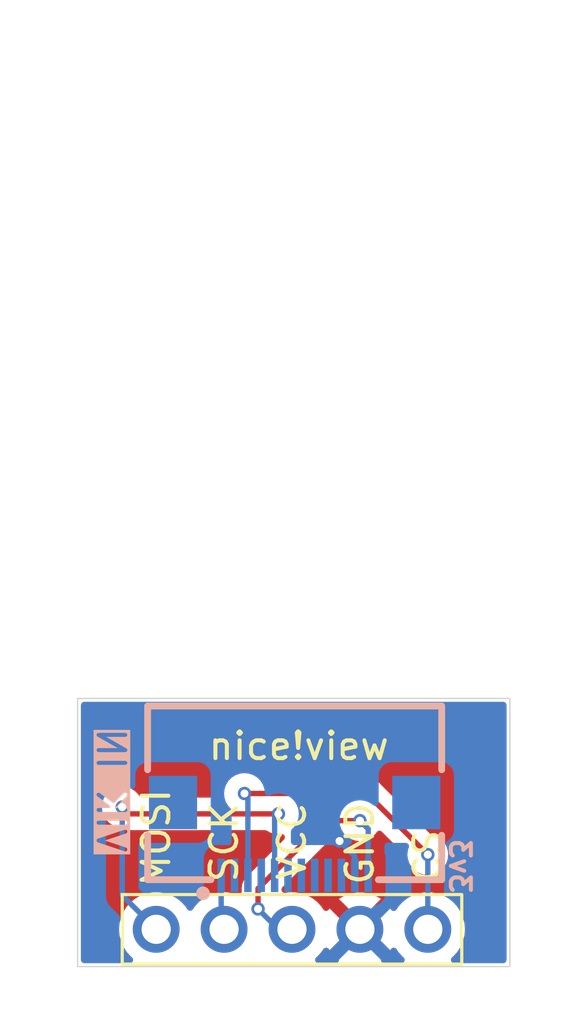
<source format=kicad_pcb>
(kicad_pcb (version 20221018) (generator pcbnew)
  (layers (0 "F.Cu" signal) (31 "B.Cu" signal) (34 "B.Paste" user) (35 "F.Paste" user) (36 "B.SilkS" user "B.Silkscreen") (37 "F.SilkS" user "F.Silkscreen") (38 "B.Mask" user) (39 "F.Mask" user) (44 "Edge.Cuts" user))
  (net 0 "")
  (net 1 "GND")
  (net 2 "+5V")
  (net 3 "rgb_led_in")
  (net 4 "GPIO_AD2")
  (net 5 "SDA")
  (net 6 "SCL")
  (net 7 "+3V3")
  (net 8 "MOSI")
  (net 9 "SPI_CS")
  (net 10 "MISO")
  (net 11 "SCLK")
  (net 12 "GPIO_AD1")
  (footprint "fingerpunch:nice_view" (layer "F.Cu") (at 175.26 91.216)
    (fp_text reference "Display1")
    (fp_text value "nice!view" (at 0.254 9.622 unlocked) (layer "F.SilkS"))
    (fp_text user "VCC" (at 0 11.654 90 unlocked) (layer "F.SilkS") (effects (justify right)))
    (fp_text user "MOSI" (at -5.08 11.146 90 unlocked) (layer "F.SilkS") (effects (justify right)))
    (fp_text user "GND" (at 2.54 11.654 90 unlocked) (layer "F.SilkS") (effects (justify right)))
    (fp_text user "SCK" (at -2.54 11.654 90 unlocked) (layer "F.SilkS") (effects (justify right)))
    (fp_text user "CS" (at 5.08 12.67 90 unlocked) (layer "F.SilkS") (effects (justify right)))
    (fp_rect (start -6.35 15.18) (end 6.35 17.78) (stroke (width 0.12)) (fill none) (layer "F.SilkS"))
    (pad "1" thru_hole circle (at -5.08 16.48) (size 1.7526 1.7526) (drill 1.0922) (layers "*.Cu" "*.Mask") (net 8 "MOSI"))
    (pad "2" thru_hole circle (at -2.54 16.48) (size 1.7526 1.7526) (drill 1.0922) (layers "*.Cu" "*.Mask") (net 11 "SCLK"))
    (pad "3" thru_hole circle (at 0 16.48) (size 1.7526 1.7526) (drill 1.0922) (layers "*.Cu" "*.Mask") (net 7 "+3V3"))
    (pad "4" thru_hole circle (at 2.54 16.48) (size 1.7526 1.7526) (drill 1.0922) (layers "*.Cu" "*.Mask") (net 1 "GND"))
    (pad "5" thru_hole circle (at 5.08 16.48) (size 1.7526 1.7526) (drill 1.0922) (layers "*.Cu" "*.Mask") (net 9 "SPI_CS"))
  )
  (footprint "vik:vik-module-connector-horizontal" (layer "B.Cu") (at 175.36 103.64)
    (fp_text reference "J1" hide)
    (fp_text value "~")
    (fp_text user "VIK IN" (at -7.466 1.262 -90 unlocked) (layer "B.SilkS" knockout) (effects (justify left bottom mirror)))
    (fp_text user "3v3" (at 5.742 2.786 -90 unlocked) (layer "B.SilkS") (effects (font (size 0.75 0.75)) (justify left bottom mirror)))
    (fp_line (start -5.5 -4.295) (end -5.5 -1.912) (stroke (width 0.254)) (layer "B.SilkS"))
    (fp_line (start -5.5 0.539) (end -5.5 2.2) (stroke (width 0.254)) (layer "B.SilkS"))
    (fp_line (start -5.5 2.2) (end -3.131 2.2) (stroke (width 0.254)) (layer "B.SilkS"))
    (fp_line (start 5.5 -4.295) (end -5.5 -4.295) (stroke (width 0.254)) (layer "B.SilkS"))
    (fp_line (start 5.5 -4.295) (end 5.5 -1.912) (stroke (width 0.254)) (layer "B.SilkS"))
    (fp_line (start 5.5 0.539) (end 5.5 2.2) (stroke (width 0.254)) (layer "B.SilkS"))
    (fp_line (start 5.5 2.2) (end 3.131 2.2) (stroke (width 0.254)) (layer "B.SilkS"))
    (fp_circle (center -3.429 2.708) (end -3.302 2.708) (stroke (width 0.254)) (fill none) (layer "B.SilkS"))
    (pad "1" smd rect (at -2.75 2.038) (size 0.28 1.25) (layers "B.Cu" "B.Paste" "B.Mask") (net 11 "SCLK"))
    (pad "2" smd rect (at -2.25 2.038) (size 0.28 1.25) (layers "B.Cu" "B.Paste" "B.Mask") (net 10 "MISO"))
    (pad "3" smd rect (at -1.75 2.038) (size 0.28 1.25) (layers "B.Cu" "B.Paste" "B.Mask") (net 9 "SPI_CS"))
    (pad "4" smd rect (at -1.25 2.038) (size 0.28 1.25) (layers "B.Cu" "B.Paste" "B.Mask") (net 4 "GPIO_AD2"))
    (pad "5" smd rect (at -0.75 2.038) (size 0.28 1.25) (layers "B.Cu" "B.Paste" "B.Mask") (net 8 "MOSI"))
    (pad "6" smd rect (at -0.25 2.038) (size 0.28 1.25) (layers "B.Cu" "B.Paste" "B.Mask") (net 12 "GPIO_AD1"))
    (pad "7" smd rect (at 0.25 2.038) (size 0.28 1.25) (layers "B.Cu" "B.Paste" "B.Mask") (net 2 "+5V"))
    (pad "8" smd rect (at 0.75 2.038) (size 0.28 1.25) (layers "B.Cu" "B.Paste" "B.Mask") (net 3 "rgb_led_in"))
    (pad "9" smd rect (at 1.25 2.038) (size 0.28 1.25) (layers "B.Cu" "B.Paste" "B.Mask") (net 6 "SCL"))
    (pad "10" smd rect (at 1.75 2.038) (size 0.28 1.25) (layers "B.Cu" "B.Paste" "B.Mask") (net 5 "SDA"))
    (pad "11" smd rect (at 2.25 2.038) (size 0.28 1.25) (layers "B.Cu" "B.Paste" "B.Mask") (net 1 "GND"))
    (pad "12" smd rect (at 2.75 2.038) (size 0.28 1.25) (layers "B.Cu" "B.Paste" "B.Mask") (net 7 "+3V3"))
    (pad "13" smd rect (at 4.55 -0.686) (size 1.8 2) (layers "B.Cu" "B.Paste" "B.Mask"))
    (pad "14" smd rect (at -4.55 -0.686) (size 1.8 2) (layers "B.Cu" "B.Paste" "B.Mask"))
  )
  (gr_line (start 167.24 109.09) (end 183.41 109.09) (stroke (width 0.05)) (layer "Edge.Cuts"))
  (gr_line (start 167.24 99.06) (end 167.24 109.09) (stroke (width 0.05)) (layer "Edge.Cuts"))
  (gr_line (start 167.24 99.06) (end 183.41 99.06) (stroke (width 0.05)) (layer "Edge.Cuts"))
  (gr_line (start 183.41 99.06) (end 183.41 109.09) (stroke (width 0.05)) (layer "Edge.Cuts"))
  (via (at 177.038 104.394) (size 0.5) (drill 0.3) (layers "F.Cu" "B.Cu") (net 1))
  (segment (start 177.61 104.966) (end 177.038 104.394) (width 0.2) (layer "B.Cu") (net 1))
  (segment (start 177.61 105.678) (end 177.61 104.966) (width 0.2) (layer "B.Cu") (net 1))
  (segment (start 173.99 106.172) (end 175.26 104.902) (width 0.2) (layer "F.Cu") (net 7))
  (segment (start 173.99 106.934) (end 173.99 106.172) (width 0.2) (layer "F.Cu") (net 7))
  (segment (start 175.26 104.902) (end 176.53 103.632) (width 0.2) (layer "F.Cu") (net 7))
  (segment (start 176.53 103.632) (end 177.8 103.632) (width 0.2) (layer "F.Cu") (net 7))
  (via (at 177.8 103.632) (size 0.5) (drill 0.3) (layers "F.Cu" "B.Cu") (net 7))
  (via (at 173.99 106.934) (size 0.5) (drill 0.3) (layers "F.Cu" "B.Cu") (net 7))
  (segment (start 177.8 103.632) (end 178.11 103.942) (width 0.2) (layer "B.Cu") (net 7))
  (segment (start 175.26 107.696) (end 174.752 107.696) (width 0.2) (layer "B.Cu") (net 7))
  (segment (start 174.752 107.696) (end 173.99 106.934) (width 0.2) (layer "B.Cu") (net 7))
  (segment (start 178.11 103.942) (end 178.11 105.678) (width 0.2) (layer "B.Cu") (net 7))
  (segment (start 174.752 103.378) (end 169.164 103.378) (width 0.2) (layer "F.Cu") (net 8))
  (segment (start 169.164 103.378) (end 168.91 103.124) (width 0.2) (layer "F.Cu") (net 8))
  (via (at 168.91 103.124) (size 0.5) (drill 0.3) (layers "F.Cu" "B.Cu") (net 8))
  (via (at 174.752 103.378) (size 0.5) (drill 0.3) (layers "F.Cu" "B.Cu") (net 8))
  (segment (start 174.61 105.678) (end 174.61 103.52) (width 0.2) (layer "B.Cu") (net 8))
  (segment (start 174.61 103.52) (end 174.752 103.378) (width 0.2) (layer "B.Cu") (net 8))
  (segment (start 168.91 103.124) (end 168.91 106.426) (width 0.2) (layer "B.Cu") (net 8))
  (segment (start 168.91 106.426) (end 170.18 107.696) (width 0.2) (layer "B.Cu") (net 8))
  (segment (start 178.054 102.616) (end 173.482 102.616) (width 0.2) (layer "F.Cu") (net 9))
  (segment (start 180.34 104.902) (end 178.054 102.616) (width 0.2) (layer "F.Cu") (net 9))
  (via (at 180.34 104.902) (size 0.5) (drill 0.3) (layers "F.Cu" "B.Cu") (net 9))
  (via (at 173.482 102.616) (size 0.5) (drill 0.3) (layers "F.Cu" "B.Cu") (net 9))
  (segment (start 180.34 107.696) (end 180.34 104.902) (width 0.2) (layer "B.Cu") (net 9))
  (segment (start 173.482 102.616) (end 173.61 102.744) (width 0.2) (layer "B.Cu") (net 9))
  (segment (start 173.61 102.744) (end 173.61 105.678) (width 0.2) (layer "B.Cu") (net 9))
  (segment (start 172.72 107.696) (end 172.61 107.586) (width 0.2) (layer "B.Cu") (net 11))
  (segment (start 172.61 107.586) (end 172.61 105.678) (width 0.2) (layer "B.Cu") (net 11))
  (zone (net 1) (net_name "GND") (layers "F&B.Cu") (connect_pads (clearance 0.508)) (min_thickness 0.25) (fill yes (thermal_gap 0.5) (thermal_bridge_width 0.5))
    (polygon (pts (xy 164.338 97.536) (xy 164.338 111.252) (xy 186.182 111.252) (xy 186.182 97.536)))
  )
)
</source>
